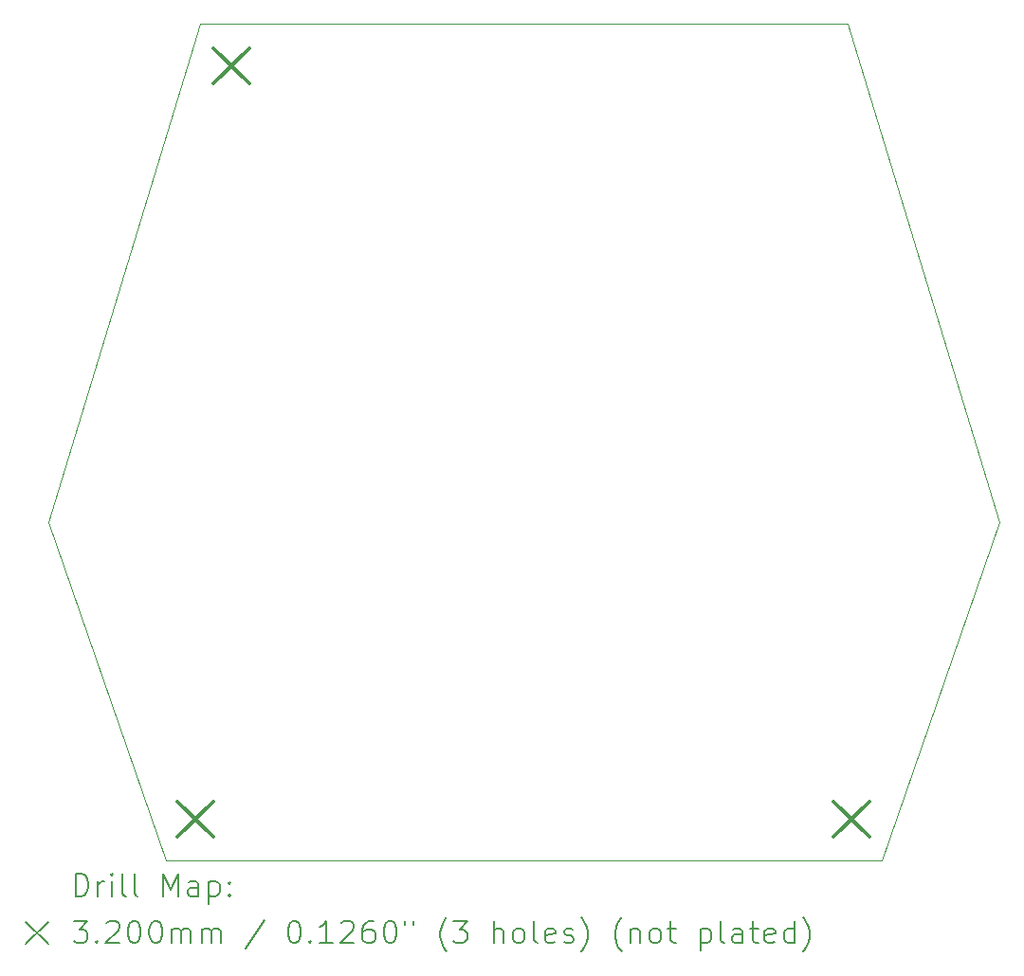
<source format=gbr>
%TF.GenerationSoftware,KiCad,Pcbnew,7.0.1-3b83917a11~172~ubuntu22.04.1*%
%TF.CreationDate,2023-04-06T21:49:17-06:00*%
%TF.ProjectId,gps-tracker,6770732d-7472-4616-936b-65722e6b6963,rev?*%
%TF.SameCoordinates,Original*%
%TF.FileFunction,Drillmap*%
%TF.FilePolarity,Positive*%
%FSLAX45Y45*%
G04 Gerber Fmt 4.5, Leading zero omitted, Abs format (unit mm)*
G04 Created by KiCad (PCBNEW 7.0.1-3b83917a11~172~ubuntu22.04.1) date 2023-04-06 21:49:17*
%MOMM*%
%LPD*%
G01*
G04 APERTURE LIST*
%ADD10C,0.100000*%
%ADD11C,0.200000*%
%ADD12C,0.320000*%
G04 APERTURE END LIST*
D10*
X15350000Y-9680000D02*
X14300000Y-12700000D01*
X8210000Y-5220000D02*
X6860000Y-9680000D01*
X6860000Y-9680000D02*
X7910000Y-12700000D01*
X14300000Y-12700000D02*
X7910000Y-12700000D01*
X14000000Y-5220000D02*
X8210000Y-5220000D01*
X14000000Y-5220000D02*
X15350000Y-9680000D01*
D11*
D12*
X8010000Y-12170000D02*
X8330000Y-12490000D01*
X8330000Y-12170000D02*
X8010000Y-12490000D01*
X8330000Y-5440000D02*
X8650000Y-5760000D01*
X8650000Y-5440000D02*
X8330000Y-5760000D01*
X13870000Y-12170000D02*
X14190000Y-12490000D01*
X14190000Y-12170000D02*
X13870000Y-12490000D01*
D11*
X7102619Y-13017524D02*
X7102619Y-12817524D01*
X7102619Y-12817524D02*
X7150238Y-12817524D01*
X7150238Y-12817524D02*
X7178809Y-12827048D01*
X7178809Y-12827048D02*
X7197857Y-12846095D01*
X7197857Y-12846095D02*
X7207381Y-12865143D01*
X7207381Y-12865143D02*
X7216905Y-12903238D01*
X7216905Y-12903238D02*
X7216905Y-12931809D01*
X7216905Y-12931809D02*
X7207381Y-12969905D01*
X7207381Y-12969905D02*
X7197857Y-12988952D01*
X7197857Y-12988952D02*
X7178809Y-13008000D01*
X7178809Y-13008000D02*
X7150238Y-13017524D01*
X7150238Y-13017524D02*
X7102619Y-13017524D01*
X7302619Y-13017524D02*
X7302619Y-12884190D01*
X7302619Y-12922286D02*
X7312143Y-12903238D01*
X7312143Y-12903238D02*
X7321667Y-12893714D01*
X7321667Y-12893714D02*
X7340714Y-12884190D01*
X7340714Y-12884190D02*
X7359762Y-12884190D01*
X7426428Y-13017524D02*
X7426428Y-12884190D01*
X7426428Y-12817524D02*
X7416905Y-12827048D01*
X7416905Y-12827048D02*
X7426428Y-12836571D01*
X7426428Y-12836571D02*
X7435952Y-12827048D01*
X7435952Y-12827048D02*
X7426428Y-12817524D01*
X7426428Y-12817524D02*
X7426428Y-12836571D01*
X7550238Y-13017524D02*
X7531190Y-13008000D01*
X7531190Y-13008000D02*
X7521667Y-12988952D01*
X7521667Y-12988952D02*
X7521667Y-12817524D01*
X7655000Y-13017524D02*
X7635952Y-13008000D01*
X7635952Y-13008000D02*
X7626428Y-12988952D01*
X7626428Y-12988952D02*
X7626428Y-12817524D01*
X7883571Y-13017524D02*
X7883571Y-12817524D01*
X7883571Y-12817524D02*
X7950238Y-12960381D01*
X7950238Y-12960381D02*
X8016905Y-12817524D01*
X8016905Y-12817524D02*
X8016905Y-13017524D01*
X8197857Y-13017524D02*
X8197857Y-12912762D01*
X8197857Y-12912762D02*
X8188333Y-12893714D01*
X8188333Y-12893714D02*
X8169286Y-12884190D01*
X8169286Y-12884190D02*
X8131190Y-12884190D01*
X8131190Y-12884190D02*
X8112143Y-12893714D01*
X8197857Y-13008000D02*
X8178809Y-13017524D01*
X8178809Y-13017524D02*
X8131190Y-13017524D01*
X8131190Y-13017524D02*
X8112143Y-13008000D01*
X8112143Y-13008000D02*
X8102619Y-12988952D01*
X8102619Y-12988952D02*
X8102619Y-12969905D01*
X8102619Y-12969905D02*
X8112143Y-12950857D01*
X8112143Y-12950857D02*
X8131190Y-12941333D01*
X8131190Y-12941333D02*
X8178809Y-12941333D01*
X8178809Y-12941333D02*
X8197857Y-12931809D01*
X8293095Y-12884190D02*
X8293095Y-13084190D01*
X8293095Y-12893714D02*
X8312143Y-12884190D01*
X8312143Y-12884190D02*
X8350238Y-12884190D01*
X8350238Y-12884190D02*
X8369286Y-12893714D01*
X8369286Y-12893714D02*
X8378809Y-12903238D01*
X8378809Y-12903238D02*
X8388333Y-12922286D01*
X8388333Y-12922286D02*
X8388333Y-12979428D01*
X8388333Y-12979428D02*
X8378809Y-12998476D01*
X8378809Y-12998476D02*
X8369286Y-13008000D01*
X8369286Y-13008000D02*
X8350238Y-13017524D01*
X8350238Y-13017524D02*
X8312143Y-13017524D01*
X8312143Y-13017524D02*
X8293095Y-13008000D01*
X8474048Y-12998476D02*
X8483571Y-13008000D01*
X8483571Y-13008000D02*
X8474048Y-13017524D01*
X8474048Y-13017524D02*
X8464524Y-13008000D01*
X8464524Y-13008000D02*
X8474048Y-12998476D01*
X8474048Y-12998476D02*
X8474048Y-13017524D01*
X8474048Y-12893714D02*
X8483571Y-12903238D01*
X8483571Y-12903238D02*
X8474048Y-12912762D01*
X8474048Y-12912762D02*
X8464524Y-12903238D01*
X8464524Y-12903238D02*
X8474048Y-12893714D01*
X8474048Y-12893714D02*
X8474048Y-12912762D01*
X6655000Y-13245000D02*
X6855000Y-13445000D01*
X6855000Y-13245000D02*
X6655000Y-13445000D01*
X7083571Y-13237524D02*
X7207381Y-13237524D01*
X7207381Y-13237524D02*
X7140714Y-13313714D01*
X7140714Y-13313714D02*
X7169286Y-13313714D01*
X7169286Y-13313714D02*
X7188333Y-13323238D01*
X7188333Y-13323238D02*
X7197857Y-13332762D01*
X7197857Y-13332762D02*
X7207381Y-13351809D01*
X7207381Y-13351809D02*
X7207381Y-13399428D01*
X7207381Y-13399428D02*
X7197857Y-13418476D01*
X7197857Y-13418476D02*
X7188333Y-13428000D01*
X7188333Y-13428000D02*
X7169286Y-13437524D01*
X7169286Y-13437524D02*
X7112143Y-13437524D01*
X7112143Y-13437524D02*
X7093095Y-13428000D01*
X7093095Y-13428000D02*
X7083571Y-13418476D01*
X7293095Y-13418476D02*
X7302619Y-13428000D01*
X7302619Y-13428000D02*
X7293095Y-13437524D01*
X7293095Y-13437524D02*
X7283571Y-13428000D01*
X7283571Y-13428000D02*
X7293095Y-13418476D01*
X7293095Y-13418476D02*
X7293095Y-13437524D01*
X7378809Y-13256571D02*
X7388333Y-13247048D01*
X7388333Y-13247048D02*
X7407381Y-13237524D01*
X7407381Y-13237524D02*
X7455000Y-13237524D01*
X7455000Y-13237524D02*
X7474048Y-13247048D01*
X7474048Y-13247048D02*
X7483571Y-13256571D01*
X7483571Y-13256571D02*
X7493095Y-13275619D01*
X7493095Y-13275619D02*
X7493095Y-13294667D01*
X7493095Y-13294667D02*
X7483571Y-13323238D01*
X7483571Y-13323238D02*
X7369286Y-13437524D01*
X7369286Y-13437524D02*
X7493095Y-13437524D01*
X7616905Y-13237524D02*
X7635952Y-13237524D01*
X7635952Y-13237524D02*
X7655000Y-13247048D01*
X7655000Y-13247048D02*
X7664524Y-13256571D01*
X7664524Y-13256571D02*
X7674048Y-13275619D01*
X7674048Y-13275619D02*
X7683571Y-13313714D01*
X7683571Y-13313714D02*
X7683571Y-13361333D01*
X7683571Y-13361333D02*
X7674048Y-13399428D01*
X7674048Y-13399428D02*
X7664524Y-13418476D01*
X7664524Y-13418476D02*
X7655000Y-13428000D01*
X7655000Y-13428000D02*
X7635952Y-13437524D01*
X7635952Y-13437524D02*
X7616905Y-13437524D01*
X7616905Y-13437524D02*
X7597857Y-13428000D01*
X7597857Y-13428000D02*
X7588333Y-13418476D01*
X7588333Y-13418476D02*
X7578809Y-13399428D01*
X7578809Y-13399428D02*
X7569286Y-13361333D01*
X7569286Y-13361333D02*
X7569286Y-13313714D01*
X7569286Y-13313714D02*
X7578809Y-13275619D01*
X7578809Y-13275619D02*
X7588333Y-13256571D01*
X7588333Y-13256571D02*
X7597857Y-13247048D01*
X7597857Y-13247048D02*
X7616905Y-13237524D01*
X7807381Y-13237524D02*
X7826429Y-13237524D01*
X7826429Y-13237524D02*
X7845476Y-13247048D01*
X7845476Y-13247048D02*
X7855000Y-13256571D01*
X7855000Y-13256571D02*
X7864524Y-13275619D01*
X7864524Y-13275619D02*
X7874048Y-13313714D01*
X7874048Y-13313714D02*
X7874048Y-13361333D01*
X7874048Y-13361333D02*
X7864524Y-13399428D01*
X7864524Y-13399428D02*
X7855000Y-13418476D01*
X7855000Y-13418476D02*
X7845476Y-13428000D01*
X7845476Y-13428000D02*
X7826429Y-13437524D01*
X7826429Y-13437524D02*
X7807381Y-13437524D01*
X7807381Y-13437524D02*
X7788333Y-13428000D01*
X7788333Y-13428000D02*
X7778809Y-13418476D01*
X7778809Y-13418476D02*
X7769286Y-13399428D01*
X7769286Y-13399428D02*
X7759762Y-13361333D01*
X7759762Y-13361333D02*
X7759762Y-13313714D01*
X7759762Y-13313714D02*
X7769286Y-13275619D01*
X7769286Y-13275619D02*
X7778809Y-13256571D01*
X7778809Y-13256571D02*
X7788333Y-13247048D01*
X7788333Y-13247048D02*
X7807381Y-13237524D01*
X7959762Y-13437524D02*
X7959762Y-13304190D01*
X7959762Y-13323238D02*
X7969286Y-13313714D01*
X7969286Y-13313714D02*
X7988333Y-13304190D01*
X7988333Y-13304190D02*
X8016905Y-13304190D01*
X8016905Y-13304190D02*
X8035952Y-13313714D01*
X8035952Y-13313714D02*
X8045476Y-13332762D01*
X8045476Y-13332762D02*
X8045476Y-13437524D01*
X8045476Y-13332762D02*
X8055000Y-13313714D01*
X8055000Y-13313714D02*
X8074048Y-13304190D01*
X8074048Y-13304190D02*
X8102619Y-13304190D01*
X8102619Y-13304190D02*
X8121667Y-13313714D01*
X8121667Y-13313714D02*
X8131190Y-13332762D01*
X8131190Y-13332762D02*
X8131190Y-13437524D01*
X8226429Y-13437524D02*
X8226429Y-13304190D01*
X8226429Y-13323238D02*
X8235952Y-13313714D01*
X8235952Y-13313714D02*
X8255000Y-13304190D01*
X8255000Y-13304190D02*
X8283571Y-13304190D01*
X8283571Y-13304190D02*
X8302619Y-13313714D01*
X8302619Y-13313714D02*
X8312143Y-13332762D01*
X8312143Y-13332762D02*
X8312143Y-13437524D01*
X8312143Y-13332762D02*
X8321667Y-13313714D01*
X8321667Y-13313714D02*
X8340714Y-13304190D01*
X8340714Y-13304190D02*
X8369286Y-13304190D01*
X8369286Y-13304190D02*
X8388333Y-13313714D01*
X8388333Y-13313714D02*
X8397857Y-13332762D01*
X8397857Y-13332762D02*
X8397857Y-13437524D01*
X8788333Y-13228000D02*
X8616905Y-13485143D01*
X9045476Y-13237524D02*
X9064524Y-13237524D01*
X9064524Y-13237524D02*
X9083572Y-13247048D01*
X9083572Y-13247048D02*
X9093095Y-13256571D01*
X9093095Y-13256571D02*
X9102619Y-13275619D01*
X9102619Y-13275619D02*
X9112143Y-13313714D01*
X9112143Y-13313714D02*
X9112143Y-13361333D01*
X9112143Y-13361333D02*
X9102619Y-13399428D01*
X9102619Y-13399428D02*
X9093095Y-13418476D01*
X9093095Y-13418476D02*
X9083572Y-13428000D01*
X9083572Y-13428000D02*
X9064524Y-13437524D01*
X9064524Y-13437524D02*
X9045476Y-13437524D01*
X9045476Y-13437524D02*
X9026429Y-13428000D01*
X9026429Y-13428000D02*
X9016905Y-13418476D01*
X9016905Y-13418476D02*
X9007381Y-13399428D01*
X9007381Y-13399428D02*
X8997857Y-13361333D01*
X8997857Y-13361333D02*
X8997857Y-13313714D01*
X8997857Y-13313714D02*
X9007381Y-13275619D01*
X9007381Y-13275619D02*
X9016905Y-13256571D01*
X9016905Y-13256571D02*
X9026429Y-13247048D01*
X9026429Y-13247048D02*
X9045476Y-13237524D01*
X9197857Y-13418476D02*
X9207381Y-13428000D01*
X9207381Y-13428000D02*
X9197857Y-13437524D01*
X9197857Y-13437524D02*
X9188334Y-13428000D01*
X9188334Y-13428000D02*
X9197857Y-13418476D01*
X9197857Y-13418476D02*
X9197857Y-13437524D01*
X9397857Y-13437524D02*
X9283572Y-13437524D01*
X9340714Y-13437524D02*
X9340714Y-13237524D01*
X9340714Y-13237524D02*
X9321667Y-13266095D01*
X9321667Y-13266095D02*
X9302619Y-13285143D01*
X9302619Y-13285143D02*
X9283572Y-13294667D01*
X9474048Y-13256571D02*
X9483572Y-13247048D01*
X9483572Y-13247048D02*
X9502619Y-13237524D01*
X9502619Y-13237524D02*
X9550238Y-13237524D01*
X9550238Y-13237524D02*
X9569286Y-13247048D01*
X9569286Y-13247048D02*
X9578810Y-13256571D01*
X9578810Y-13256571D02*
X9588334Y-13275619D01*
X9588334Y-13275619D02*
X9588334Y-13294667D01*
X9588334Y-13294667D02*
X9578810Y-13323238D01*
X9578810Y-13323238D02*
X9464524Y-13437524D01*
X9464524Y-13437524D02*
X9588334Y-13437524D01*
X9759762Y-13237524D02*
X9721667Y-13237524D01*
X9721667Y-13237524D02*
X9702619Y-13247048D01*
X9702619Y-13247048D02*
X9693095Y-13256571D01*
X9693095Y-13256571D02*
X9674048Y-13285143D01*
X9674048Y-13285143D02*
X9664524Y-13323238D01*
X9664524Y-13323238D02*
X9664524Y-13399428D01*
X9664524Y-13399428D02*
X9674048Y-13418476D01*
X9674048Y-13418476D02*
X9683572Y-13428000D01*
X9683572Y-13428000D02*
X9702619Y-13437524D01*
X9702619Y-13437524D02*
X9740715Y-13437524D01*
X9740715Y-13437524D02*
X9759762Y-13428000D01*
X9759762Y-13428000D02*
X9769286Y-13418476D01*
X9769286Y-13418476D02*
X9778810Y-13399428D01*
X9778810Y-13399428D02*
X9778810Y-13351809D01*
X9778810Y-13351809D02*
X9769286Y-13332762D01*
X9769286Y-13332762D02*
X9759762Y-13323238D01*
X9759762Y-13323238D02*
X9740715Y-13313714D01*
X9740715Y-13313714D02*
X9702619Y-13313714D01*
X9702619Y-13313714D02*
X9683572Y-13323238D01*
X9683572Y-13323238D02*
X9674048Y-13332762D01*
X9674048Y-13332762D02*
X9664524Y-13351809D01*
X9902619Y-13237524D02*
X9921667Y-13237524D01*
X9921667Y-13237524D02*
X9940715Y-13247048D01*
X9940715Y-13247048D02*
X9950238Y-13256571D01*
X9950238Y-13256571D02*
X9959762Y-13275619D01*
X9959762Y-13275619D02*
X9969286Y-13313714D01*
X9969286Y-13313714D02*
X9969286Y-13361333D01*
X9969286Y-13361333D02*
X9959762Y-13399428D01*
X9959762Y-13399428D02*
X9950238Y-13418476D01*
X9950238Y-13418476D02*
X9940715Y-13428000D01*
X9940715Y-13428000D02*
X9921667Y-13437524D01*
X9921667Y-13437524D02*
X9902619Y-13437524D01*
X9902619Y-13437524D02*
X9883572Y-13428000D01*
X9883572Y-13428000D02*
X9874048Y-13418476D01*
X9874048Y-13418476D02*
X9864524Y-13399428D01*
X9864524Y-13399428D02*
X9855000Y-13361333D01*
X9855000Y-13361333D02*
X9855000Y-13313714D01*
X9855000Y-13313714D02*
X9864524Y-13275619D01*
X9864524Y-13275619D02*
X9874048Y-13256571D01*
X9874048Y-13256571D02*
X9883572Y-13247048D01*
X9883572Y-13247048D02*
X9902619Y-13237524D01*
X10045476Y-13237524D02*
X10045476Y-13275619D01*
X10121667Y-13237524D02*
X10121667Y-13275619D01*
X10416905Y-13513714D02*
X10407381Y-13504190D01*
X10407381Y-13504190D02*
X10388334Y-13475619D01*
X10388334Y-13475619D02*
X10378810Y-13456571D01*
X10378810Y-13456571D02*
X10369286Y-13428000D01*
X10369286Y-13428000D02*
X10359762Y-13380381D01*
X10359762Y-13380381D02*
X10359762Y-13342286D01*
X10359762Y-13342286D02*
X10369286Y-13294667D01*
X10369286Y-13294667D02*
X10378810Y-13266095D01*
X10378810Y-13266095D02*
X10388334Y-13247048D01*
X10388334Y-13247048D02*
X10407381Y-13218476D01*
X10407381Y-13218476D02*
X10416905Y-13208952D01*
X10474048Y-13237524D02*
X10597857Y-13237524D01*
X10597857Y-13237524D02*
X10531191Y-13313714D01*
X10531191Y-13313714D02*
X10559762Y-13313714D01*
X10559762Y-13313714D02*
X10578810Y-13323238D01*
X10578810Y-13323238D02*
X10588334Y-13332762D01*
X10588334Y-13332762D02*
X10597857Y-13351809D01*
X10597857Y-13351809D02*
X10597857Y-13399428D01*
X10597857Y-13399428D02*
X10588334Y-13418476D01*
X10588334Y-13418476D02*
X10578810Y-13428000D01*
X10578810Y-13428000D02*
X10559762Y-13437524D01*
X10559762Y-13437524D02*
X10502619Y-13437524D01*
X10502619Y-13437524D02*
X10483572Y-13428000D01*
X10483572Y-13428000D02*
X10474048Y-13418476D01*
X10835953Y-13437524D02*
X10835953Y-13237524D01*
X10921667Y-13437524D02*
X10921667Y-13332762D01*
X10921667Y-13332762D02*
X10912143Y-13313714D01*
X10912143Y-13313714D02*
X10893096Y-13304190D01*
X10893096Y-13304190D02*
X10864524Y-13304190D01*
X10864524Y-13304190D02*
X10845477Y-13313714D01*
X10845477Y-13313714D02*
X10835953Y-13323238D01*
X11045477Y-13437524D02*
X11026429Y-13428000D01*
X11026429Y-13428000D02*
X11016905Y-13418476D01*
X11016905Y-13418476D02*
X11007381Y-13399428D01*
X11007381Y-13399428D02*
X11007381Y-13342286D01*
X11007381Y-13342286D02*
X11016905Y-13323238D01*
X11016905Y-13323238D02*
X11026429Y-13313714D01*
X11026429Y-13313714D02*
X11045477Y-13304190D01*
X11045477Y-13304190D02*
X11074048Y-13304190D01*
X11074048Y-13304190D02*
X11093096Y-13313714D01*
X11093096Y-13313714D02*
X11102619Y-13323238D01*
X11102619Y-13323238D02*
X11112143Y-13342286D01*
X11112143Y-13342286D02*
X11112143Y-13399428D01*
X11112143Y-13399428D02*
X11102619Y-13418476D01*
X11102619Y-13418476D02*
X11093096Y-13428000D01*
X11093096Y-13428000D02*
X11074048Y-13437524D01*
X11074048Y-13437524D02*
X11045477Y-13437524D01*
X11226429Y-13437524D02*
X11207381Y-13428000D01*
X11207381Y-13428000D02*
X11197857Y-13408952D01*
X11197857Y-13408952D02*
X11197857Y-13237524D01*
X11378810Y-13428000D02*
X11359762Y-13437524D01*
X11359762Y-13437524D02*
X11321667Y-13437524D01*
X11321667Y-13437524D02*
X11302619Y-13428000D01*
X11302619Y-13428000D02*
X11293096Y-13408952D01*
X11293096Y-13408952D02*
X11293096Y-13332762D01*
X11293096Y-13332762D02*
X11302619Y-13313714D01*
X11302619Y-13313714D02*
X11321667Y-13304190D01*
X11321667Y-13304190D02*
X11359762Y-13304190D01*
X11359762Y-13304190D02*
X11378810Y-13313714D01*
X11378810Y-13313714D02*
X11388334Y-13332762D01*
X11388334Y-13332762D02*
X11388334Y-13351809D01*
X11388334Y-13351809D02*
X11293096Y-13370857D01*
X11464524Y-13428000D02*
X11483572Y-13437524D01*
X11483572Y-13437524D02*
X11521667Y-13437524D01*
X11521667Y-13437524D02*
X11540715Y-13428000D01*
X11540715Y-13428000D02*
X11550238Y-13408952D01*
X11550238Y-13408952D02*
X11550238Y-13399428D01*
X11550238Y-13399428D02*
X11540715Y-13380381D01*
X11540715Y-13380381D02*
X11521667Y-13370857D01*
X11521667Y-13370857D02*
X11493096Y-13370857D01*
X11493096Y-13370857D02*
X11474048Y-13361333D01*
X11474048Y-13361333D02*
X11464524Y-13342286D01*
X11464524Y-13342286D02*
X11464524Y-13332762D01*
X11464524Y-13332762D02*
X11474048Y-13313714D01*
X11474048Y-13313714D02*
X11493096Y-13304190D01*
X11493096Y-13304190D02*
X11521667Y-13304190D01*
X11521667Y-13304190D02*
X11540715Y-13313714D01*
X11616905Y-13513714D02*
X11626429Y-13504190D01*
X11626429Y-13504190D02*
X11645477Y-13475619D01*
X11645477Y-13475619D02*
X11655000Y-13456571D01*
X11655000Y-13456571D02*
X11664524Y-13428000D01*
X11664524Y-13428000D02*
X11674048Y-13380381D01*
X11674048Y-13380381D02*
X11674048Y-13342286D01*
X11674048Y-13342286D02*
X11664524Y-13294667D01*
X11664524Y-13294667D02*
X11655000Y-13266095D01*
X11655000Y-13266095D02*
X11645477Y-13247048D01*
X11645477Y-13247048D02*
X11626429Y-13218476D01*
X11626429Y-13218476D02*
X11616905Y-13208952D01*
X11978810Y-13513714D02*
X11969286Y-13504190D01*
X11969286Y-13504190D02*
X11950238Y-13475619D01*
X11950238Y-13475619D02*
X11940715Y-13456571D01*
X11940715Y-13456571D02*
X11931191Y-13428000D01*
X11931191Y-13428000D02*
X11921667Y-13380381D01*
X11921667Y-13380381D02*
X11921667Y-13342286D01*
X11921667Y-13342286D02*
X11931191Y-13294667D01*
X11931191Y-13294667D02*
X11940715Y-13266095D01*
X11940715Y-13266095D02*
X11950238Y-13247048D01*
X11950238Y-13247048D02*
X11969286Y-13218476D01*
X11969286Y-13218476D02*
X11978810Y-13208952D01*
X12055000Y-13304190D02*
X12055000Y-13437524D01*
X12055000Y-13323238D02*
X12064524Y-13313714D01*
X12064524Y-13313714D02*
X12083572Y-13304190D01*
X12083572Y-13304190D02*
X12112143Y-13304190D01*
X12112143Y-13304190D02*
X12131191Y-13313714D01*
X12131191Y-13313714D02*
X12140715Y-13332762D01*
X12140715Y-13332762D02*
X12140715Y-13437524D01*
X12264524Y-13437524D02*
X12245477Y-13428000D01*
X12245477Y-13428000D02*
X12235953Y-13418476D01*
X12235953Y-13418476D02*
X12226429Y-13399428D01*
X12226429Y-13399428D02*
X12226429Y-13342286D01*
X12226429Y-13342286D02*
X12235953Y-13323238D01*
X12235953Y-13323238D02*
X12245477Y-13313714D01*
X12245477Y-13313714D02*
X12264524Y-13304190D01*
X12264524Y-13304190D02*
X12293096Y-13304190D01*
X12293096Y-13304190D02*
X12312143Y-13313714D01*
X12312143Y-13313714D02*
X12321667Y-13323238D01*
X12321667Y-13323238D02*
X12331191Y-13342286D01*
X12331191Y-13342286D02*
X12331191Y-13399428D01*
X12331191Y-13399428D02*
X12321667Y-13418476D01*
X12321667Y-13418476D02*
X12312143Y-13428000D01*
X12312143Y-13428000D02*
X12293096Y-13437524D01*
X12293096Y-13437524D02*
X12264524Y-13437524D01*
X12388334Y-13304190D02*
X12464524Y-13304190D01*
X12416905Y-13237524D02*
X12416905Y-13408952D01*
X12416905Y-13408952D02*
X12426429Y-13428000D01*
X12426429Y-13428000D02*
X12445477Y-13437524D01*
X12445477Y-13437524D02*
X12464524Y-13437524D01*
X12683572Y-13304190D02*
X12683572Y-13504190D01*
X12683572Y-13313714D02*
X12702619Y-13304190D01*
X12702619Y-13304190D02*
X12740715Y-13304190D01*
X12740715Y-13304190D02*
X12759762Y-13313714D01*
X12759762Y-13313714D02*
X12769286Y-13323238D01*
X12769286Y-13323238D02*
X12778810Y-13342286D01*
X12778810Y-13342286D02*
X12778810Y-13399428D01*
X12778810Y-13399428D02*
X12769286Y-13418476D01*
X12769286Y-13418476D02*
X12759762Y-13428000D01*
X12759762Y-13428000D02*
X12740715Y-13437524D01*
X12740715Y-13437524D02*
X12702619Y-13437524D01*
X12702619Y-13437524D02*
X12683572Y-13428000D01*
X12893096Y-13437524D02*
X12874048Y-13428000D01*
X12874048Y-13428000D02*
X12864524Y-13408952D01*
X12864524Y-13408952D02*
X12864524Y-13237524D01*
X13055000Y-13437524D02*
X13055000Y-13332762D01*
X13055000Y-13332762D02*
X13045477Y-13313714D01*
X13045477Y-13313714D02*
X13026429Y-13304190D01*
X13026429Y-13304190D02*
X12988334Y-13304190D01*
X12988334Y-13304190D02*
X12969286Y-13313714D01*
X13055000Y-13428000D02*
X13035953Y-13437524D01*
X13035953Y-13437524D02*
X12988334Y-13437524D01*
X12988334Y-13437524D02*
X12969286Y-13428000D01*
X12969286Y-13428000D02*
X12959762Y-13408952D01*
X12959762Y-13408952D02*
X12959762Y-13389905D01*
X12959762Y-13389905D02*
X12969286Y-13370857D01*
X12969286Y-13370857D02*
X12988334Y-13361333D01*
X12988334Y-13361333D02*
X13035953Y-13361333D01*
X13035953Y-13361333D02*
X13055000Y-13351809D01*
X13121667Y-13304190D02*
X13197858Y-13304190D01*
X13150239Y-13237524D02*
X13150239Y-13408952D01*
X13150239Y-13408952D02*
X13159762Y-13428000D01*
X13159762Y-13428000D02*
X13178810Y-13437524D01*
X13178810Y-13437524D02*
X13197858Y-13437524D01*
X13340715Y-13428000D02*
X13321667Y-13437524D01*
X13321667Y-13437524D02*
X13283572Y-13437524D01*
X13283572Y-13437524D02*
X13264524Y-13428000D01*
X13264524Y-13428000D02*
X13255000Y-13408952D01*
X13255000Y-13408952D02*
X13255000Y-13332762D01*
X13255000Y-13332762D02*
X13264524Y-13313714D01*
X13264524Y-13313714D02*
X13283572Y-13304190D01*
X13283572Y-13304190D02*
X13321667Y-13304190D01*
X13321667Y-13304190D02*
X13340715Y-13313714D01*
X13340715Y-13313714D02*
X13350239Y-13332762D01*
X13350239Y-13332762D02*
X13350239Y-13351809D01*
X13350239Y-13351809D02*
X13255000Y-13370857D01*
X13521667Y-13437524D02*
X13521667Y-13237524D01*
X13521667Y-13428000D02*
X13502620Y-13437524D01*
X13502620Y-13437524D02*
X13464524Y-13437524D01*
X13464524Y-13437524D02*
X13445477Y-13428000D01*
X13445477Y-13428000D02*
X13435953Y-13418476D01*
X13435953Y-13418476D02*
X13426429Y-13399428D01*
X13426429Y-13399428D02*
X13426429Y-13342286D01*
X13426429Y-13342286D02*
X13435953Y-13323238D01*
X13435953Y-13323238D02*
X13445477Y-13313714D01*
X13445477Y-13313714D02*
X13464524Y-13304190D01*
X13464524Y-13304190D02*
X13502620Y-13304190D01*
X13502620Y-13304190D02*
X13521667Y-13313714D01*
X13597858Y-13513714D02*
X13607381Y-13504190D01*
X13607381Y-13504190D02*
X13626429Y-13475619D01*
X13626429Y-13475619D02*
X13635953Y-13456571D01*
X13635953Y-13456571D02*
X13645477Y-13428000D01*
X13645477Y-13428000D02*
X13655000Y-13380381D01*
X13655000Y-13380381D02*
X13655000Y-13342286D01*
X13655000Y-13342286D02*
X13645477Y-13294667D01*
X13645477Y-13294667D02*
X13635953Y-13266095D01*
X13635953Y-13266095D02*
X13626429Y-13247048D01*
X13626429Y-13247048D02*
X13607381Y-13218476D01*
X13607381Y-13218476D02*
X13597858Y-13208952D01*
M02*

</source>
